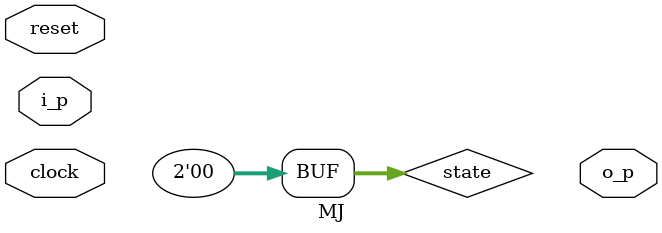
<source format=v>
module MJ(clock,reset,i_p,o_p);
input   clock,reset;
input  i_p;
output reg o_p;
reg[1:0]state;
reg[1:0]next_state;
always @ (clock)
begin
  if(reset)
  begin
  state=2'b00;
  end
  else
  begin
 case(state)
   2'b00 : if (i_p == 1'b1) begin
                state <= 2'b01;
                o_p<=0;
              end
              else begin
                state <= 2'b00;
                o_p<=0;
              end
   2'b01 : if (i_p == 1'b1) begin
                state <= 2'b01;
                o_p<=0;
          end
          else begin
            state <= 2'b10;
            o_p<=0;
            //$display(i_p);
          end
   2'b10 : if (i_p == 1'b1) begin
                state <= 2'b11;
                o_p<=0;
              end
              else begin
                state <= 2'b00;
                o_p<=0;
              end
    2'b11 : if (i_p == 1'b1) begin
                state <= 2'b01;
                o_p<=0;
              end
              else begin
                state <= 2'b10;
                o_p<=1;
              end
   default : state <= 2'b00;
  endcase
  end
end


endmodule 

</source>
